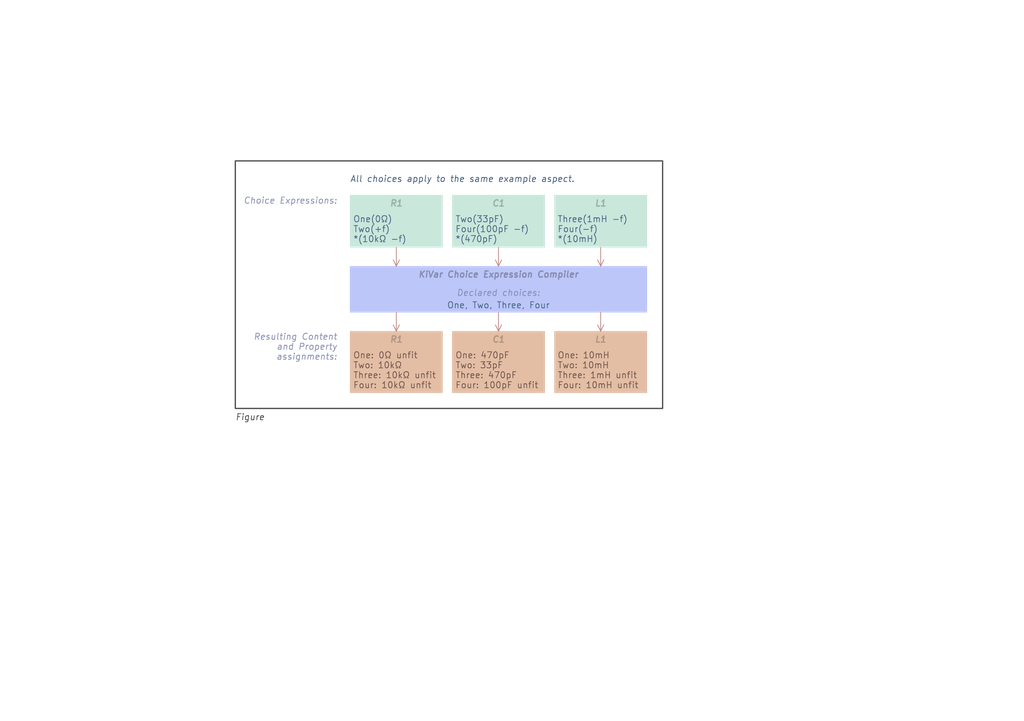
<source format=kicad_sch>
(kicad_sch
	(version 20231120)
	(generator "eeschema")
	(generator_version "8.0")
	(uuid "55cc74f3-a76a-489e-86d1-364a3afd14d4")
	(paper "A5")
	(title_block
		(title "KiVar Demo")
		(date "2024-07-11")
		(rev "0.3.0")
		(company "Author: Mark Hämmerling <dev@markh.de>")
		(comment 1 "https://github.com/markh-de/KiVar")
		(comment 4 "KiVar Rule Processing")
	)
	(lib_symbols)
	(polyline
		(pts
			(xy 101.6 53.34) (xy 102.235 54.61)
		)
		(stroke
			(width 0)
			(type default)
			(color 188 126 122 1)
		)
		(uuid "10b7d359-0861-4c9e-953e-fe4804005652")
	)
	(polyline
		(pts
			(xy 81.28 64.135) (xy 81.28 67.945)
		)
		(stroke
			(width 0)
			(type default)
			(color 188 126 122 1)
		)
		(uuid "1cd31313-c47e-4b96-901e-7f7829a37352")
	)
	(polyline
		(pts
			(xy 123.825 66.675) (xy 123.19 67.945)
		)
		(stroke
			(width 0)
			(type default)
			(color 188 126 122 1)
		)
		(uuid "1fd90198-0a28-46a3-921c-cf4588d3f82d")
	)
	(polyline
		(pts
			(xy 123.19 64.135) (xy 123.19 67.945)
		)
		(stroke
			(width 0)
			(type default)
			(color 188 126 122 1)
		)
		(uuid "2a6ccc75-e8dd-4588-949a-3e24735fbc5f")
	)
	(polyline
		(pts
			(xy 123.825 53.34) (xy 123.19 54.61)
		)
		(stroke
			(width 0)
			(type default)
			(color 188 126 122 1)
		)
		(uuid "5c7feb87-83db-47ca-aff0-1fce0d712917")
	)
	(polyline
		(pts
			(xy 102.87 53.34) (xy 102.235 54.61)
		)
		(stroke
			(width 0)
			(type default)
			(color 188 126 122 1)
		)
		(uuid "606f9e25-2662-4e24-a5df-c02754a9225a")
	)
	(polyline
		(pts
			(xy 80.645 66.675) (xy 81.28 67.945)
		)
		(stroke
			(width 0)
			(type default)
			(color 188 126 122 1)
		)
		(uuid "64e73ba7-9e23-4b54-a327-8f6d10ff7990")
	)
	(polyline
		(pts
			(xy 122.555 53.34) (xy 123.19 54.61)
		)
		(stroke
			(width 0)
			(type default)
			(color 188 126 122 1)
		)
		(uuid "7b0d524b-36a0-4e16-8b29-f4f0b7fcb0ce")
	)
	(polyline
		(pts
			(xy 102.87 66.675) (xy 102.235 67.945)
		)
		(stroke
			(width 0)
			(type default)
			(color 188 126 122 1)
		)
		(uuid "a5870322-4fab-4b61-a7be-e5e5a5613b1e")
	)
	(polyline
		(pts
			(xy 123.19 50.8) (xy 123.19 54.61)
		)
		(stroke
			(width 0)
			(type default)
			(color 188 126 122 1)
		)
		(uuid "b073ff6d-af75-497c-ae2d-1534c97b2685")
	)
	(polyline
		(pts
			(xy 102.235 64.135) (xy 102.235 67.945)
		)
		(stroke
			(width 0)
			(type default)
			(color 188 126 122 1)
		)
		(uuid "bdbca326-dd07-4ed3-a930-9f8eef90c22e")
	)
	(polyline
		(pts
			(xy 102.235 50.8) (xy 102.235 54.61)
		)
		(stroke
			(width 0)
			(type default)
			(color 188 126 122 1)
		)
		(uuid "c22e554f-b69b-4ebf-94fd-48be23cdef5c")
	)
	(polyline
		(pts
			(xy 81.915 66.675) (xy 81.28 67.945)
		)
		(stroke
			(width 0)
			(type default)
			(color 188 126 122 1)
		)
		(uuid "c357f0e9-5f93-4371-8fd7-be5418d5f123")
	)
	(polyline
		(pts
			(xy 81.28 50.8) (xy 81.28 54.61)
		)
		(stroke
			(width 0)
			(type default)
			(color 188 126 122 1)
		)
		(uuid "c9648ff4-a141-4a50-a7a3-05d3eab8826c")
	)
	(polyline
		(pts
			(xy 81.915 53.34) (xy 81.28 54.61)
		)
		(stroke
			(width 0)
			(type default)
			(color 188 126 122 1)
		)
		(uuid "cec418f9-06bd-4437-81b6-94607425d0fa")
	)
	(polyline
		(pts
			(xy 80.645 53.34) (xy 81.28 54.61)
		)
		(stroke
			(width 0)
			(type default)
			(color 188 126 122 1)
		)
		(uuid "cfcea8ea-a86f-432d-967c-97d3231e1710")
	)
	(polyline
		(pts
			(xy 101.6 66.675) (xy 102.235 67.945)
		)
		(stroke
			(width 0)
			(type default)
			(color 188 126 122 1)
		)
		(uuid "d0597db5-ec96-4168-b579-e7ec3ada5c5c")
	)
	(polyline
		(pts
			(xy 122.555 66.675) (xy 123.19 67.945)
		)
		(stroke
			(width 0)
			(type default)
			(color 188 126 122 1)
		)
		(uuid "d3ee2723-c8ad-437c-b250-1cbc03be3e70")
	)
	(rectangle
		(start 48.26 33.02)
		(end 135.89 83.82)
		(stroke
			(width 0.254)
			(type default)
			(color 72 72 72 1)
		)
		(fill
			(type none)
		)
		(uuid f8401ade-3d65-4dd1-b16c-f66112011d93)
	)
	(text_box "C1"
		(exclude_from_sim no)
		(at 92.71 67.945 0)
		(size 19.05 12.7)
		(stroke
			(width -0.0001)
			(type default)
			(color 0 194 194 1)
		)
		(fill
			(type color)
			(color 227 190 165 1)
		)
		(effects
			(font
				(size 1.27 1.27)
				(thickness 0.254)
				(bold yes)
				(italic yes)
				(color 177 148 129 1)
			)
			(justify top)
		)
		(uuid "345334cb-8809-4a48-85da-532752a9b19b")
	)
	(text_box "R1"
		(exclude_from_sim no)
		(at 71.755 67.945 0)
		(size 19.05 12.7)
		(stroke
			(width -0.0001)
			(type default)
			(color 0 194 194 1)
		)
		(fill
			(type color)
			(color 227 190 165 1)
		)
		(effects
			(font
				(size 1.27 1.27)
				(thickness 0.254)
				(bold yes)
				(italic yes)
				(color 177 148 129 1)
			)
			(justify top)
		)
		(uuid "35ff6598-4048-4b9e-aa41-7a0666c4bb61")
	)
	(text_box "C1"
		(exclude_from_sim no)
		(at 92.71 40.005 0)
		(size 19.05 10.795)
		(stroke
			(width -0.0001)
			(type default)
			(color 0 194 194 1)
		)
		(fill
			(type color)
			(color 201 231 219 1)
		)
		(effects
			(font
				(size 1.27 1.27)
				(thickness 0.254)
				(bold yes)
				(italic yes)
				(color 153 176 167 1)
			)
			(justify top)
		)
		(uuid "3aa90bca-20c0-4541-8c2d-3178392d24bd")
	)
	(text_box "R1"
		(exclude_from_sim no)
		(at 71.755 40.005 0)
		(size 19.05 10.795)
		(stroke
			(width -0.0001)
			(type default)
			(color 0 194 194 1)
		)
		(fill
			(type color)
			(color 201 231 219 1)
		)
		(effects
			(font
				(size 1.27 1.27)
				(thickness 0.254)
				(bold yes)
				(italic yes)
				(color 153 176 167 1)
			)
			(justify top)
		)
		(uuid "54760d29-0db6-463a-a2f5-f7c82d04c02d")
	)
	(text_box "KiVar Choice Expression Compiler"
		(exclude_from_sim no)
		(at 71.755 54.61 0)
		(size 60.96 9.525)
		(stroke
			(width -0.0001)
			(type default)
		)
		(fill
			(type color)
			(color 188 198 249 1)
		)
		(effects
			(font
				(size 1.27 1.27)
				(thickness 0.254)
				(bold yes)
				(italic yes)
				(color 134 141 177 1)
			)
			(justify top)
		)
		(uuid "c03eb24b-a96a-4516-a7fc-0527fa5a7732")
	)
	(text_box "L1"
		(exclude_from_sim no)
		(at 113.665 67.945 0)
		(size 19.05 12.7)
		(stroke
			(width -0.0001)
			(type default)
			(color 0 194 194 1)
		)
		(fill
			(type color)
			(color 227 190 165 1)
		)
		(effects
			(font
				(size 1.27 1.27)
				(thickness 0.254)
				(bold yes)
				(italic yes)
				(color 177 148 129 1)
			)
			(justify top)
		)
		(uuid "e7bfe24a-0f09-448b-bdbd-f4333151be35")
	)
	(text_box "L1"
		(exclude_from_sim no)
		(at 113.665 40.005 0)
		(size 19.05 10.795)
		(stroke
			(width -0.0001)
			(type default)
			(color 0 194 194 1)
		)
		(fill
			(type color)
			(color 201 231 219 1)
		)
		(effects
			(font
				(size 1.27 1.27)
				(thickness 0.254)
				(bold yes)
				(italic yes)
				(color 153 176 167 1)
			)
			(justify top)
		)
		(uuid "e9ffcd0d-541a-475f-8ba0-9c6ae4208948")
	)
	(text "One: 10mH\nTwo: 10mH\nThree: 1mH unfit\nFour: 10mH unfit\n"
		(exclude_from_sim no)
		(at 114.3 72.39 0)
		(effects
			(font
				(size 1.27 1.27)
				(color 113 86 77 1)
			)
			(justify left top)
		)
		(uuid "1ba64b71-db13-4aff-af22-c68e411d34a5")
	)
	(text "Two(33pF)\nFour(100pF -f)\n*(470pF)"
		(exclude_from_sim no)
		(at 93.345 44.45 0)
		(effects
			(font
				(size 1.27 1.27)
				(color 72 101 132 1)
			)
			(justify left top)
		)
		(uuid "2b0eb2a0-6cf5-45ec-b422-8965bc4f759f")
	)
	(text "One: 470pF\nTwo: 33pF\nThree: 470pF\nFour: 100pF unfit"
		(exclude_from_sim no)
		(at 93.345 72.39 0)
		(effects
			(font
				(size 1.27 1.27)
				(color 113 86 77 1)
			)
			(justify left top)
		)
		(uuid "4e726c43-feea-4e83-b64b-5f1f63afd715")
	)
	(text "Three(1mH -f)\nFour(-f)\n*(10mH)"
		(exclude_from_sim no)
		(at 114.3 44.45 0)
		(effects
			(font
				(size 1.27 1.27)
				(color 72 101 132 1)
			)
			(justify left top)
		)
		(uuid "6a895d36-352c-49b6-b695-6522fee58438")
	)
	(text "Figure"
		(exclude_from_sim no)
		(at 48.26 85.09 0)
		(effects
			(font
				(size 1.27 1.27)
				(italic yes)
				(color 72 72 72 1)
			)
			(justify left top)
		)
		(uuid "8b4bd913-bcf6-412b-b1f2-82d6e683287d")
	)
	(text "One, Two, Three, Four"
		(exclude_from_sim no)
		(at 102.235 62.865 0)
		(effects
			(font
				(size 1.27 1.27)
				(color 72 101 132 1)
			)
		)
		(uuid "960f15b2-96fb-44f9-baaa-4d34f7675cd9")
	)
	(text "One: 0Ω unfit\nTwo: 10kΩ\nThree: 10kΩ unfit\nFour: 10kΩ unfit"
		(exclude_from_sim no)
		(at 72.39 72.39 0)
		(effects
			(font
				(size 1.27 1.27)
				(color 113 86 77 1)
			)
			(justify left top)
		)
		(uuid "a9c957b8-9f45-47b1-93c2-17c607c6b3ba")
	)
	(text "All choices apply to the same example aspect."
		(exclude_from_sim no)
		(at 71.755 36.195 0)
		(effects
			(font
				(size 1.27 1.27)
				(italic yes)
				(color 67 93 122 1)
			)
			(justify left top)
		)
		(uuid "ae1d8ec5-2f8d-4198-ba33-cf738998e168")
	)
	(text "Resulting Content\nand Property\nassignments:"
		(exclude_from_sim no)
		(at 69.215 68.58 0)
		(effects
			(font
				(size 1.27 1.27)
				(italic yes)
				(color 134 141 177 1)
			)
			(justify right top)
		)
		(uuid "cab26815-2b7f-43ec-a032-513ef3ed2966")
	)
	(text "Choice Expressions:"
		(exclude_from_sim no)
		(at 69.215 40.64 0)
		(effects
			(font
				(size 1.27 1.27)
				(italic yes)
				(color 134 141 177 1)
			)
			(justify right top)
		)
		(uuid "cf54357c-5c54-408d-8bec-2a66c13474a6")
	)
	(text "One(0Ω)\nTwo(+f)\n*(10kΩ -f)"
		(exclude_from_sim no)
		(at 72.39 44.45 0)
		(effects
			(font
				(size 1.27 1.27)
				(color 72 101 132 1)
			)
			(justify left top)
		)
		(uuid "ddae87ba-535d-499e-b382-4d5a34b9279e")
	)
	(text "Declared choices:"
		(exclude_from_sim no)
		(at 102.235 60.325 0)
		(effects
			(font
				(size 1.27 1.27)
				(italic yes)
				(color 134 141 177 1)
			)
		)
		(uuid "ef6cf0e5-03f1-4e08-99dd-48f6a1ecc4c1")
	)
)

</source>
